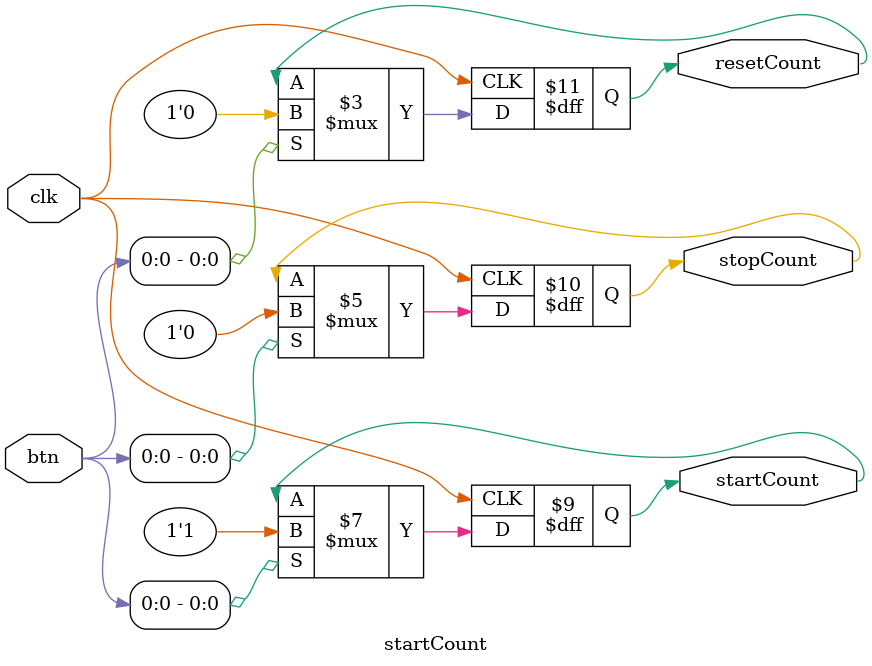
<source format=v>
`timescale 1ns / 1ps


module startCount( input clk,input [3:0] btn, output reg startCount,output reg stopCount,output reg resetCount);
    always @(posedge clk) begin 
        if(btn[0]== 1'b1) begin 
                resetCount <=1'b0;
                startCount<=1'b1;
                stopCount<=1'b0;
        end 
    end 
endmodule

</source>
